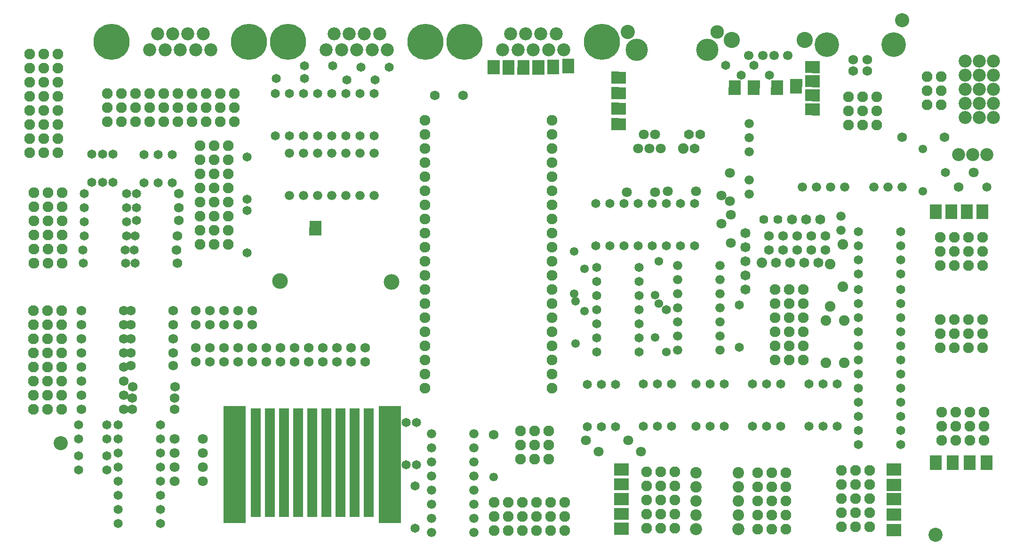
<source format=gbr>
G04 start of page 6 for group -4063 idx -4063 *
G04 Title: controlboard_2.3, componentmask *
G04 Creator: pcb.exe 20130205 *
G04 CreationDate: 26.2.2018 13.50.51 UTC *
G04 Format: Gerber/RS-274X *
G04 PCB-Dimensions (mm): 183.00 105.00 *
G04 PCB-Coordinate-Origin: lower left *
%MOMM*%
%FSLAX43Y43*%
%LNTOPMASK*%
%ADD1089R,1.778X1.778*%
%ADD1088R,3.937X3.937*%
%ADD1087C,2.540*%
%ADD1086R,1.397X1.397*%
%ADD1085C,2.819*%
%ADD1084C,4.420*%
%ADD1083C,1.727*%
%ADD1082C,2.352*%
%ADD1081C,1.776*%
%ADD1080C,1.903*%
%ADD1079C,1.752*%
%ADD1078C,1.622*%
%ADD1077C,1.876*%
%ADD1076C,1.822*%
%ADD1075C,2.565*%
%ADD1074C,1.700*%
%ADD1073C,4.013*%
%ADD1072C,2.438*%
%ADD1071C,2.921*%
%ADD1070C,6.502*%
%ADD1069C,1.552*%
%ADD1068C,1.562*%
%ADD1067C,1.549*%
%ADD1066C,1.676*%
%ADD1065C,1.749*%
%ADD1064C,1.930*%
%ADD1063C,1.649*%
%ADD1062C,2.057*%
%ADD1061C,2.184*%
%ADD1060C,1.952*%
%ADD1059C,1.652*%
%ADD1058C,1.803*%
G54D1058*X107188Y20164D03*
X114808D03*
X104902Y22196D03*
X112522D03*
G54D1059*X105156Y24609D03*
X107696D03*
X110236D03*
X115189Y24736D03*
X117729D03*
G54D1060*X95631Y18767D03*
X93091D03*
X98171D03*
X95631Y21307D03*
Y23847D03*
X98171D03*
Y21307D03*
G54D1061*X132334Y6194D03*
G54D1062*Y8734D03*
Y11274D03*
Y13814D03*
Y16354D03*
G54D1059*X120269Y32356D03*
X117729D03*
X115189D03*
X129794D03*
X127254D03*
X124714D03*
X120269Y24736D03*
X124714D03*
X127254D03*
X129794D03*
G54D1060*X101092Y8480D03*
Y5940D03*
X98552D03*
X101092Y11020D03*
X98552D03*
X96012D03*
X93472D03*
X90932D03*
X88392D03*
X96012Y5940D03*
X93472D03*
X90932D03*
X88392D03*
G54D1061*X124714Y6194D03*
G54D1062*Y8734D03*
Y11274D03*
Y13814D03*
Y16354D03*
G54D1060*X118364Y6321D03*
Y8861D03*
X115824D03*
Y6321D03*
X118364Y11401D03*
X115824Y16481D03*
Y13941D03*
Y11401D03*
X118364Y13941D03*
Y16481D03*
X120904D03*
Y13941D03*
Y11401D03*
Y8861D03*
Y6321D03*
G54D1063*X74422Y25371D03*
G54D1064*X75946Y31594D03*
G54D1063*X72517Y25371D03*
G54D1065*X88265Y23212D03*
G54D1066*X84709Y20799D03*
Y23339D03*
G54D1060*X93091Y23847D03*
Y21307D03*
G54D1066*X77089Y23339D03*
Y20799D03*
G54D1064*X98806Y31594D03*
G54D1063*X74168Y6321D03*
Y13941D03*
X74422Y17751D03*
X72517D03*
G54D1066*X77089Y18259D03*
Y15719D03*
Y13179D03*
Y10639D03*
X84709D03*
X77089Y8099D03*
X84709D03*
X77089Y5559D03*
X84709D03*
G54D1067*X88265Y15592D03*
G54D1066*X84709Y13179D03*
Y15719D03*
Y18259D03*
G54D1060*X88392Y8480D03*
X90932D03*
X93472D03*
X96012D03*
X98552D03*
G54D1059*X110236Y32229D03*
X107696D03*
X105156D03*
G54D1064*X98806Y34134D03*
Y36674D03*
G54D1059*X114427Y38071D03*
Y40611D03*
Y43151D03*
X106807D03*
Y40611D03*
Y38071D03*
G54D1067*X102997Y39595D03*
G54D1064*X98806Y39214D03*
Y41754D03*
Y44294D03*
Y46834D03*
Y49374D03*
Y51914D03*
G54D1059*X119380Y45691D03*
G54D1068*Y38071D03*
G54D1069*X117348Y40738D03*
Y48358D03*
G54D1068*X117983Y46834D03*
G54D1066*X121412Y48612D03*
Y46072D03*
G54D1068*X117983Y54454D03*
G54D1066*X121412Y53692D03*
Y51152D03*
Y43532D03*
G54D1064*X75946Y51914D03*
Y49374D03*
Y46834D03*
Y44294D03*
Y41754D03*
Y39214D03*
Y36674D03*
Y34134D03*
G54D1066*X121412Y40992D03*
Y38452D03*
X129032D03*
Y40992D03*
Y43532D03*
Y46072D03*
Y48612D03*
Y51152D03*
Y53692D03*
G54D1059*X132461Y38960D03*
Y46580D03*
G54D1063*X135128Y89760D03*
X130048D03*
X137922Y87982D03*
X132842D03*
G54D1070*X107747Y93976D03*
G54D1071*X131115Y94281D03*
G54D1072*X128524Y95729D03*
G54D1073*X126746Y92554D03*
G54D1074*X136677Y91563D03*
X134188D03*
G54D1075*X112395Y95729D03*
G54D1073*X114046Y92554D03*
G54D1058*X130810Y70329D03*
Y65249D03*
G54D1059*X124460Y64868D03*
X121920D03*
X119380D03*
G54D1058*X129286Y66265D03*
X124714Y67027D03*
G54D1066*X134239Y66519D03*
Y69059D03*
Y74139D03*
Y76679D03*
Y79219D03*
G54D1058*X112268Y66900D03*
G54D1059*X111760Y64868D03*
X109220D03*
X106680D03*
G54D1058*X117348Y66900D03*
G54D1059*X116840Y64868D03*
X114300D03*
Y57248D03*
X116840D03*
X119380D03*
X121920D03*
X106680D03*
X109220D03*
X111760D03*
X106807Y53311D03*
G54D1067*X102743Y56232D03*
X104648Y53057D03*
G54D1059*X106807Y50771D03*
Y48231D03*
Y45691D03*
G54D1067*X102743Y48612D03*
X102997Y47215D03*
X104648Y45437D03*
G54D1059*X114427Y45691D03*
Y48231D03*
Y50771D03*
Y53311D03*
X124460Y57248D03*
G54D1058*X130937Y57756D03*
Y62836D03*
G54D1076*X133604Y59534D03*
Y56994D03*
G54D1077*X136525Y54200D03*
G54D1078*X136906Y61947D03*
G54D1076*X133604Y54454D03*
Y51914D03*
Y49374D03*
G54D1079*X137795Y56486D03*
Y59026D03*
G54D1058*X119634Y67027D03*
X114300Y74774D03*
X116332D03*
X115316Y77314D03*
X118364Y74774D03*
X117348Y77314D03*
G54D1080*X122428Y74774D03*
G54D1081*X124460D03*
X123444Y77314D03*
X125476D03*
G54D1080*X148844Y46326D03*
G54D1064*X144018Y46834D03*
X138938D03*
G54D1080*X148082Y43786D03*
G54D1064*X144018Y44294D03*
X138938D03*
G54D1080*X151384Y43786D03*
G54D1059*X153924Y46834D03*
Y44294D03*
X161544D03*
G54D1060*X168656Y43913D03*
X171196D03*
X173736D03*
X176276D03*
G54D1059*X161544Y46834D03*
G54D1064*X141478Y49374D03*
Y46834D03*
Y44294D03*
X144018Y49374D03*
X138938D03*
G54D1080*X148844Y53946D03*
G54D1076*X139065Y54200D03*
X141605D03*
X144145D03*
X146685D03*
G54D1059*X153924Y49374D03*
G54D1080*X151130Y49882D03*
G54D1058*X129286Y61185D03*
G54D1078*X139446Y61947D03*
G54D1076*X141986D03*
G54D1059*X161544Y49374D03*
Y52168D03*
Y54708D03*
Y57248D03*
Y59788D03*
G54D1060*X176276Y56232D03*
X173736D03*
X171196D03*
Y53692D03*
Y58772D03*
X168656Y56232D03*
Y53692D03*
X173736D03*
X176276D03*
X168656Y58772D03*
X173736D03*
X176276D03*
G54D1059*X153924Y59788D03*
Y57248D03*
Y54708D03*
Y52168D03*
G54D1080*X151130Y57502D03*
G54D1066*X150749Y60042D03*
Y62582D03*
G54D1076*X144526Y61947D03*
X147066D03*
G54D1079*X142875Y56486D03*
X145415D03*
X147955D03*
X140335Y59026D03*
X142875D03*
X145415D03*
X147955D03*
X140335Y56486D03*
G54D1059*X153924Y39214D03*
Y36674D03*
Y34134D03*
Y31594D03*
Y41754D03*
G54D1080*X151384Y36166D03*
G54D1059*X150094Y32333D03*
X161544Y31594D03*
Y34134D03*
Y36674D03*
Y39214D03*
Y41754D03*
G54D1060*X176276Y41373D03*
Y38833D03*
X173736Y41373D03*
Y38833D03*
X171196Y41373D03*
X168656D03*
Y38833D03*
X171196D03*
G54D1059*X145014Y24713D03*
X147554D03*
X150094D03*
X139954Y32356D03*
Y24736D03*
G54D1064*X141478Y41754D03*
Y39214D03*
Y36674D03*
G54D1059*X137414Y32356D03*
X134874D03*
Y24736D03*
X137414D03*
G54D1080*X148082Y36166D03*
G54D1059*X147554Y32333D03*
X145014D03*
G54D1064*X144018Y36674D03*
X138938D03*
Y39214D03*
Y41754D03*
X144018Y39214D03*
Y41754D03*
G54D1059*X153924Y29054D03*
Y26514D03*
X161544D03*
Y29054D03*
Y21434D03*
Y23974D03*
G54D1060*X168910Y22196D03*
X171450D03*
X176530Y24736D03*
X173990D03*
Y27276D03*
X176530D03*
X173990Y22196D03*
X171450Y24736D03*
X168910D03*
Y27276D03*
X171450D03*
X176530Y22196D03*
G54D1059*X153924Y23974D03*
Y21434D03*
G54D1060*X155956Y16735D03*
X153416Y6575D03*
Y9115D03*
Y11655D03*
Y14195D03*
Y16735D03*
X150876D03*
Y14195D03*
Y11655D03*
X155956Y14195D03*
Y11655D03*
Y9115D03*
Y6575D03*
X150876Y9115D03*
Y6575D03*
X138303Y6194D03*
Y8734D03*
Y11274D03*
Y13814D03*
Y16354D03*
X135763D03*
X140843D03*
X135763Y13814D03*
Y11274D03*
Y8734D03*
Y6194D03*
X140843Y13814D03*
Y11274D03*
Y8734D03*
Y6194D03*
G54D1082*X174498Y73631D03*
X177038D03*
G54D1058*X174625Y70456D03*
G54D1063*X177038Y67789D03*
G54D1065*X171958D03*
G54D1067*X165481Y67027D03*
G54D1082*X171958Y73631D03*
G54D1063*X169545Y70456D03*
G54D1065*X169418Y76806D03*
G54D1083*X152984Y90725D03*
Y88744D03*
G54D1084*X148209Y93443D03*
G54D1071*X144247Y94281D03*
G54D1074*X138709Y91563D03*
X141199D03*
G54D1083*X155473Y90725D03*
Y88744D03*
G54D1084*X160249Y93443D03*
G54D1065*X161798Y76806D03*
G54D1067*X165481Y74647D03*
G54D1066*X161735Y67853D03*
X159195D03*
X156655D03*
X151448D03*
X148908D03*
X146368D03*
X143828D03*
G54D1082*X173101Y87982D03*
X175641D03*
X178181D03*
Y85442D03*
X175641D03*
X178181Y90522D03*
Y80362D03*
X173101Y85442D03*
X175641Y90522D03*
X173101D03*
Y82902D03*
X178181D03*
X175641D03*
G54D1060*X166243Y82648D03*
X168783D03*
G54D1082*X175641Y80362D03*
X173101D03*
G54D1060*X168783Y85188D03*
X166243D03*
Y87728D03*
X168783D03*
X154686Y84045D03*
X157226D03*
X152146D03*
X154686Y81505D03*
X157226D03*
X152146D03*
X154686Y78965D03*
X157226D03*
X152146D03*
G54D1082*X63652Y92554D03*
X66396D03*
X69139D03*
X65024Y95399D03*
X67767D03*
G54D1063*X66929Y87093D03*
G54D1059*X66802Y84680D03*
X64262D03*
G54D1063*X64389Y89379D03*
G54D1070*X75997Y93976D03*
G54D1063*X69469Y89379D03*
G54D1082*X58166Y92554D03*
X60909D03*
X59538Y95399D03*
X62281D03*
G54D1070*X51308Y93976D03*
G54D1063*X54229Y89633D03*
Y87347D03*
X49149D03*
G54D1082*X89916Y92554D03*
X92659D03*
X91288Y95399D03*
X94031D03*
X95402Y92554D03*
X98146D03*
X100889D03*
X96774Y95399D03*
X99517D03*
G54D1064*X98806Y64614D03*
Y67154D03*
Y69694D03*
Y72234D03*
Y74774D03*
Y77314D03*
Y79854D03*
G54D1063*X59309Y89633D03*
X61849Y87093D03*
G54D1059*X61722Y84680D03*
X59182D03*
Y77060D03*
X61722D03*
X64262D03*
X66802D03*
X56642Y84680D03*
Y77060D03*
G54D1066*X66802Y73885D03*
X64262D03*
X61722D03*
X59182D03*
X56642D03*
X54102D03*
X51562D03*
G54D1070*X83058Y93976D03*
G54D1065*X82804Y84299D03*
X77724D03*
G54D1064*X75946Y79854D03*
Y77314D03*
Y74774D03*
Y72234D03*
Y69694D03*
Y67154D03*
Y64614D03*
G54D1059*X54102Y84680D03*
X51562D03*
X49022D03*
Y77060D03*
X51562D03*
X54102D03*
G54D1082*X37389Y92554D03*
G54D1070*X44247Y93976D03*
G54D1060*X39116Y82140D03*
Y84680D03*
Y79600D03*
X41656Y82140D03*
Y84680D03*
Y79600D03*
X36576D03*
X37973Y72742D03*
Y75282D03*
Y70202D03*
Y67662D03*
Y65122D03*
Y62582D03*
X35433Y65122D03*
Y67662D03*
Y70202D03*
Y72742D03*
G54D1065*X31623Y66646D03*
Y64106D03*
G54D1060*X35433Y75282D03*
G54D1059*X43942Y73250D03*
G54D1060*X40513Y65122D03*
Y67662D03*
Y70202D03*
Y75282D03*
Y72742D03*
G54D1066*X51562Y66265D03*
G54D1059*X43942Y63598D03*
Y65630D03*
G54D1066*X54102Y66265D03*
X56642D03*
X59182D03*
X61722D03*
X64262D03*
X66802D03*
G54D1082*X34646Y92554D03*
G54D1060*X31496Y82140D03*
X34036D03*
X36576D03*
Y84680D03*
X34036D03*
X31496D03*
X34036Y79600D03*
G54D1085*X49864Y50876D03*
X69904Y50736D03*
G54D1064*X75946Y62074D03*
X98806D03*
X75946Y59534D03*
X98806D03*
X75946Y56994D03*
X98806D03*
X75946Y54454D03*
X98806D03*
G54D1060*X37973Y60042D03*
X40513D03*
X35433D03*
Y62582D03*
X37973Y57502D03*
X35433D03*
G54D1059*X43942Y55978D03*
G54D1060*X40513Y57502D03*
Y62582D03*
G54D1065*X31369Y59026D03*
Y54073D03*
X31242Y56486D03*
X31623Y61820D03*
G54D1063*X22098Y54073D03*
X23749D03*
X21971Y56486D03*
X23622D03*
X24003Y61820D03*
X22225Y59026D03*
G54D1082*X26416Y92554D03*
X29159D03*
X31902D03*
X27788Y95399D03*
G54D1070*X19558Y93976D03*
G54D1082*X30531Y95399D03*
X33274D03*
X36017D03*
G54D1060*X26416Y82140D03*
X28956D03*
Y84680D03*
X26416D03*
X23876Y82140D03*
Y79600D03*
Y84680D03*
X31496Y79600D03*
X28956D03*
X26416D03*
X21336Y82140D03*
X18796D03*
Y79600D03*
Y84680D03*
X21336Y79600D03*
Y84680D03*
G54D1063*X25400Y73631D03*
X27940D03*
X30480D03*
X16002Y73758D03*
X19812D03*
X17907D03*
G54D1060*X7366Y89252D03*
X9906D03*
X7366Y91792D03*
Y86712D03*
Y84172D03*
Y81632D03*
X4826Y91792D03*
X9906D03*
X4826Y89252D03*
X7366Y79092D03*
Y76552D03*
Y74012D03*
X4826D03*
Y76552D03*
Y79092D03*
X9906Y74012D03*
Y76552D03*
Y79092D03*
Y81632D03*
X10668Y64233D03*
Y66773D03*
X4826Y81632D03*
Y84172D03*
Y86712D03*
X9906Y84172D03*
Y86712D03*
X8128Y66773D03*
Y64233D03*
X5588D03*
Y66773D03*
G54D1063*X14605Y64106D03*
Y66646D03*
X16002Y68678D03*
X19812D03*
X17907D03*
X14605Y59026D03*
X22225Y61566D03*
X23749Y59026D03*
X22225Y64106D03*
Y66646D03*
X24003D03*
Y64106D03*
X25400Y68551D03*
X27940D03*
X30480D03*
G54D1060*X8001Y43024D03*
X5461D03*
X10541D03*
X8001Y45564D03*
X5461D03*
X10541D03*
X8001Y40484D03*
X10541D03*
X5461D03*
X8001Y37944D03*
Y35404D03*
X10541D03*
X5461D03*
X10541Y37944D03*
X5461D03*
X8128Y61693D03*
Y59153D03*
Y56613D03*
Y54073D03*
X10668D03*
G54D1063*X14478D03*
G54D1060*X5588D03*
X10668Y56613D03*
G54D1063*X14351Y56486D03*
G54D1060*X5588Y56613D03*
Y59153D03*
Y61693D03*
X10668Y59153D03*
Y61693D03*
G54D1063*X14605Y61566D03*
G54D1060*X8001Y32864D03*
X10541Y30324D03*
Y32864D03*
X8001Y30324D03*
Y27784D03*
X5461D03*
Y30324D03*
Y32864D03*
X10541Y27784D03*
G54D1065*X14097D03*
Y30324D03*
Y32864D03*
Y35404D03*
G54D1063*X13589Y19402D03*
Y22450D03*
Y24990D03*
Y16862D03*
G54D1065*X14097Y37944D03*
Y40484D03*
Y43024D03*
Y45564D03*
G54D1059*X20701Y24990D03*
Y22450D03*
G54D1063*X18669D03*
Y24990D03*
G54D1059*X20701Y17370D03*
X28321D03*
Y19910D03*
Y22450D03*
Y24990D03*
G54D1065*X30861Y27784D03*
G54D1058*Y22450D03*
Y19910D03*
G54D1079*X34671Y36293D03*
Y38833D03*
Y43024D03*
G54D1065*X21717Y32864D03*
Y35404D03*
Y37944D03*
Y40484D03*
Y43024D03*
Y45564D03*
Y27784D03*
Y30324D03*
X23241Y27784D03*
Y29816D03*
X23368Y31848D03*
X22987Y35658D03*
Y37944D03*
Y40484D03*
Y43024D03*
Y45564D03*
G54D1059*X20701Y14830D03*
X28321D03*
G54D1058*X35941D03*
X30861D03*
G54D1059*X20701Y12290D03*
Y9750D03*
Y7210D03*
X28321D03*
Y9750D03*
Y12290D03*
X20701Y19910D03*
G54D1063*X18669Y19402D03*
Y16862D03*
G54D1058*X35941Y17370D03*
Y19910D03*
X30861Y17370D03*
X35941Y22450D03*
G54D1065*X30861Y29816D03*
X30988Y31848D03*
X30607Y35658D03*
Y37944D03*
Y40484D03*
Y43024D03*
Y45564D03*
G54D1079*X52451Y36293D03*
X54991D03*
X52451Y38833D03*
X54991D03*
X47371Y36293D03*
Y38833D03*
X49911Y36293D03*
Y38833D03*
X42291Y43024D03*
X39751D03*
X37211D03*
X44831Y45564D03*
X42291D03*
X39751D03*
X37211D03*
X34671D03*
X39751Y36293D03*
X42291D03*
X44831D03*
X37211Y38833D03*
X39751D03*
X42291D03*
X44831D03*
X37211Y36293D03*
X44831Y43024D03*
X62611Y36293D03*
Y38833D03*
X57531Y36293D03*
Y38833D03*
X60071Y36293D03*
Y38833D03*
X65151Y36293D03*
Y38833D03*
G54D1086*X138896Y86302D02*X139658D01*
X138883Y85093D02*X139645D01*
X142325Y86556D02*X143087D01*
X142312Y85347D02*X143074D01*
X131276Y86302D02*X132038D01*
X131263Y85093D02*X132025D01*
X134705Y86302D02*X135467D01*
X134692Y85093D02*X135454D01*
X146275Y89802D02*Y89040D01*
X145066Y89815D02*Y89053D01*
X146275Y87262D02*Y86500D01*
X145066Y87275D02*Y86513D01*
X146275Y82182D02*Y81420D01*
X145066Y82195D02*Y81433D01*
X146275Y84722D02*Y83960D01*
X145066Y84735D02*Y83973D01*
X159668Y6406D02*Y5644D01*
X160877Y6393D02*Y5631D01*
G54D1087*X167767Y5178D03*
G54D1086*X159668Y9200D02*Y8438D01*
X160877Y9187D02*Y8425D01*
X159668Y11994D02*Y11232D01*
X160877Y11981D02*Y11219D01*
X159668Y14534D02*Y13772D01*
X160877Y14521D02*Y13759D01*
X159668Y17328D02*Y16566D01*
X160877Y17315D02*Y16553D01*
X175810Y62738D02*X176572D01*
X175823Y63947D02*X176585D01*
X173016Y62738D02*X173778D01*
X170222D02*X170984D01*
X167428D02*X168190D01*
X173029Y63947D02*X173791D01*
X170235D02*X170997D01*
X167441D02*X168203D01*
G54D1087*X161798Y97888D03*
G54D1086*X101318Y90213D02*X102080D01*
X98617Y90062D02*X99379D01*
X87905Y90023D02*X88667D01*
X90573Y89995D02*X91335D01*
X95951Y89999D02*X96713D01*
X93252Y89953D02*X94014D01*
X101305Y89003D02*X102067D01*
X98605Y88852D02*X99367D01*
X87892Y88814D02*X88654D01*
X90561Y88786D02*X91323D01*
X95938Y88789D02*X96700D01*
X93239Y88743D02*X94001D01*
X111350Y87897D02*Y87135D01*
Y85103D02*Y84341D01*
X110141Y87910D02*Y87148D01*
Y85116D02*Y84354D01*
X111350Y82309D02*Y81547D01*
Y79515D02*Y78753D01*
X110141Y82322D02*Y81560D01*
Y79528D02*Y78766D01*
X55838Y61029D02*X56600D01*
X55825Y59820D02*X56587D01*
X176572Y17526D02*X177334D01*
X176585Y18735D02*X177347D01*
X173524Y17526D02*X174286D01*
X173537Y18735D02*X174299D01*
X170476Y17526D02*X171238D01*
X170489Y18735D02*X171251D01*
X167428Y17526D02*X168190D01*
X167441Y18735D02*X168203D01*
G54D1087*X10414Y21688D03*
G54D1086*X110646Y6660D02*Y5898D01*
Y9327D02*Y8565D01*
Y11994D02*Y11232D01*
Y14661D02*Y13899D01*
Y17328D02*Y16566D01*
X111855Y6647D02*Y5885D01*
Y9314D02*Y8552D01*
Y11981D02*Y11219D01*
Y14648D02*Y13886D01*
Y17315D02*Y16553D01*
G54D1088*X69596Y26387D02*Y9242D01*
G54D1089*X63246Y27022D02*Y9242D01*
X65786Y27022D02*Y9242D01*
X50546Y27022D02*Y9242D01*
X48006Y27022D02*Y9242D01*
G54D1088*X41656Y26387D02*Y9242D01*
G54D1089*X45466Y27022D02*Y9242D01*
X53086Y27022D02*Y9242D01*
X58166Y27022D02*Y9242D01*
X55626Y27022D02*Y9242D01*
X60706Y27022D02*Y9242D01*
M02*

</source>
